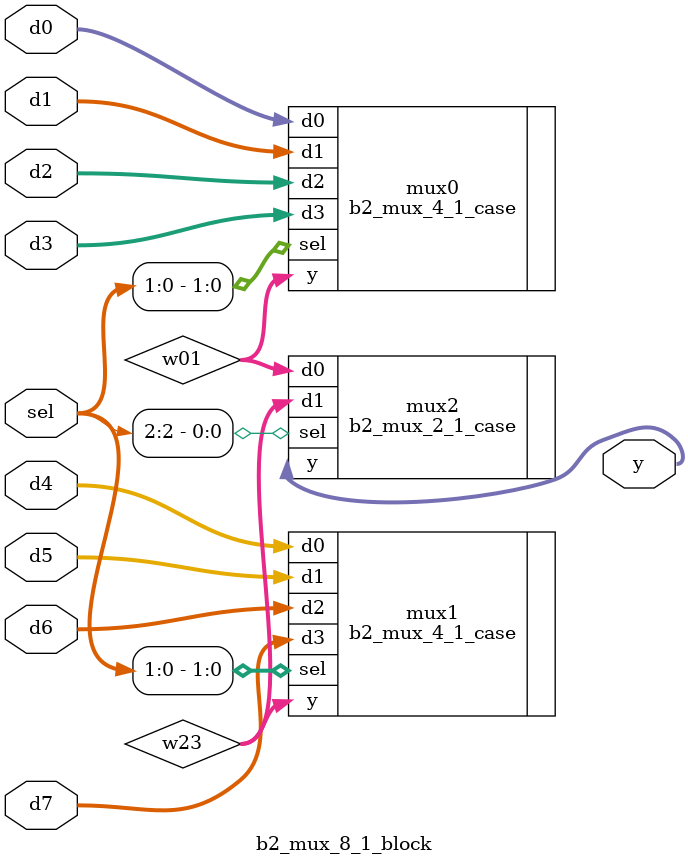
<source format=v>
module b2_mux_8_1_block
(
    input  [1:0] d0, d1, d2, d3, d4, d5, d6, d7,
    input  [2:0] sel,
    output [1:0] y
);
    wire [1:0] w01, w23;
	 b2_mux_4_1_case mux0(.d0(d0), .d1(d1),.d2(d2),.d3(d3),.sel({sel[1], sel[0]}),.y(w01));
	 b2_mux_4_1_case mux1(.d0(d4), .d1(d5),.d2(d6),.d3(d7),.sel({sel[1], sel[0]}),.y(w23));
	 b2_mux_2_1_case mux2(.d0(w01), .d1(w23),.sel(sel[2]), .y(y));
endmodule
</source>
